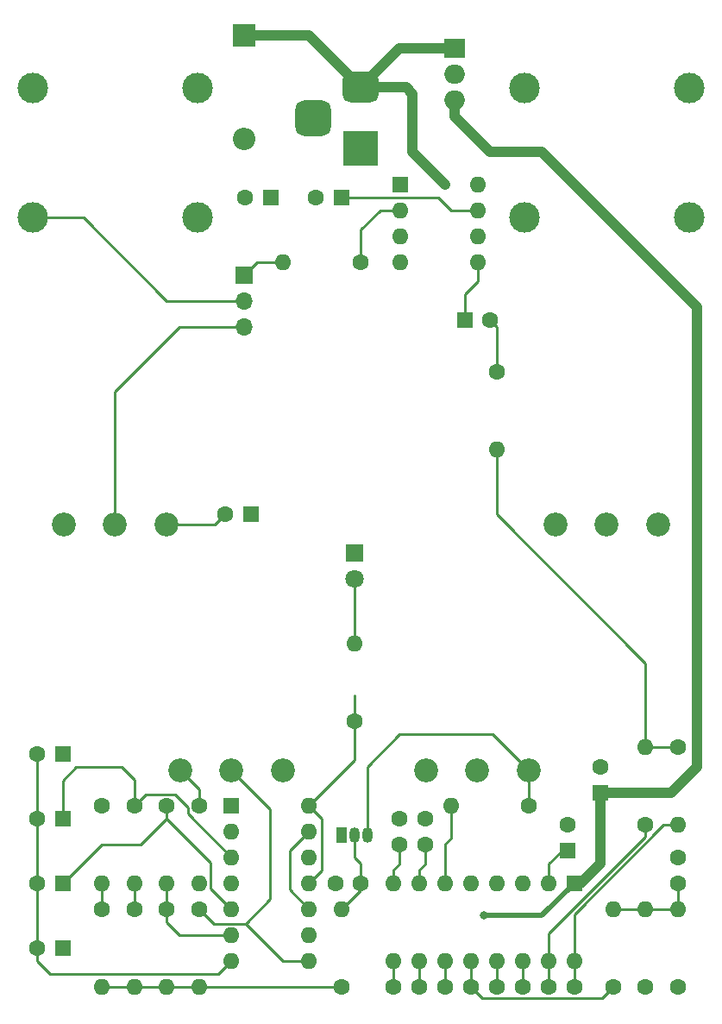
<source format=gbr>
%TF.GenerationSoftware,KiCad,Pcbnew,7.0.2*%
%TF.CreationDate,2024-03-15T13:05:12+09:00*%
%TF.ProjectId,Fading_Memories,46616469-6e67-45f4-9d65-6d6f72696573,rev?*%
%TF.SameCoordinates,Original*%
%TF.FileFunction,Copper,L1,Top*%
%TF.FilePolarity,Positive*%
%FSLAX46Y46*%
G04 Gerber Fmt 4.6, Leading zero omitted, Abs format (unit mm)*
G04 Created by KiCad (PCBNEW 7.0.2) date 2024-03-15 13:05:12*
%MOMM*%
%LPD*%
G01*
G04 APERTURE LIST*
G04 Aperture macros list*
%AMRoundRect*
0 Rectangle with rounded corners*
0 $1 Rounding radius*
0 $2 $3 $4 $5 $6 $7 $8 $9 X,Y pos of 4 corners*
0 Add a 4 corners polygon primitive as box body*
4,1,4,$2,$3,$4,$5,$6,$7,$8,$9,$2,$3,0*
0 Add four circle primitives for the rounded corners*
1,1,$1+$1,$2,$3*
1,1,$1+$1,$4,$5*
1,1,$1+$1,$6,$7*
1,1,$1+$1,$8,$9*
0 Add four rect primitives between the rounded corners*
20,1,$1+$1,$2,$3,$4,$5,0*
20,1,$1+$1,$4,$5,$6,$7,0*
20,1,$1+$1,$6,$7,$8,$9,0*
20,1,$1+$1,$8,$9,$2,$3,0*%
G04 Aperture macros list end*
%TA.AperFunction,ComponentPad*%
%ADD10R,1.800000X1.800000*%
%TD*%
%TA.AperFunction,ComponentPad*%
%ADD11C,1.800000*%
%TD*%
%TA.AperFunction,ComponentPad*%
%ADD12C,1.600000*%
%TD*%
%TA.AperFunction,ComponentPad*%
%ADD13O,1.600000X1.600000*%
%TD*%
%TA.AperFunction,ComponentPad*%
%ADD14C,3.000000*%
%TD*%
%TA.AperFunction,ComponentPad*%
%ADD15R,1.600000X1.600000*%
%TD*%
%TA.AperFunction,ComponentPad*%
%ADD16C,2.340000*%
%TD*%
%TA.AperFunction,ComponentPad*%
%ADD17R,1.050000X1.500000*%
%TD*%
%TA.AperFunction,ComponentPad*%
%ADD18O,1.050000X1.500000*%
%TD*%
%TA.AperFunction,ComponentPad*%
%ADD19R,2.000000X1.905000*%
%TD*%
%TA.AperFunction,ComponentPad*%
%ADD20O,2.000000X1.905000*%
%TD*%
%TA.AperFunction,ComponentPad*%
%ADD21R,2.200000X2.200000*%
%TD*%
%TA.AperFunction,ComponentPad*%
%ADD22O,2.200000X2.200000*%
%TD*%
%TA.AperFunction,ComponentPad*%
%ADD23R,3.500000X3.500000*%
%TD*%
%TA.AperFunction,ComponentPad*%
%ADD24RoundRect,0.750000X-1.000000X0.750000X-1.000000X-0.750000X1.000000X-0.750000X1.000000X0.750000X0*%
%TD*%
%TA.AperFunction,ComponentPad*%
%ADD25RoundRect,0.875000X-0.875000X0.875000X-0.875000X-0.875000X0.875000X-0.875000X0.875000X0.875000X0*%
%TD*%
%TA.AperFunction,ComponentPad*%
%ADD26R,1.700000X1.700000*%
%TD*%
%TA.AperFunction,ComponentPad*%
%ADD27O,1.700000X1.700000*%
%TD*%
%TA.AperFunction,ViaPad*%
%ADD28C,0.800000*%
%TD*%
%TA.AperFunction,Conductor*%
%ADD29C,0.250000*%
%TD*%
%TA.AperFunction,Conductor*%
%ADD30C,1.000000*%
%TD*%
%TA.AperFunction,Conductor*%
%ADD31C,0.500000*%
%TD*%
G04 APERTURE END LIST*
D10*
%TO.P,D2,1,K*%
%TO.N,GND*%
X182245000Y-86355000D03*
D11*
%TO.P,D2,2,A*%
%TO.N,Net-(D2-A)*%
X182245000Y-88895000D03*
%TD*%
D12*
%TO.P,R22,1*%
%TO.N,5V*%
X182245000Y-102870000D03*
D13*
%TO.P,R22,2*%
%TO.N,Net-(D2-A)*%
X182245000Y-95250000D03*
%TD*%
D14*
%TO.P,J2,S*%
%TO.N,GND*%
X198895000Y-40725000D03*
%TO.P,J2,SN*%
%TO.N,N/C*%
X215125000Y-40725000D03*
%TO.P,J2,T*%
%TO.N,Wet_IN*%
X198895000Y-53425000D03*
%TO.P,J2,TN*%
%TO.N,N/C*%
X215125000Y-53425000D03*
%TD*%
%TO.P,J1,S*%
%TO.N,GND*%
X150635000Y-40725000D03*
%TO.P,J1,SN*%
%TO.N,N/C*%
X166865000Y-40725000D03*
%TO.P,J1,T*%
%TO.N,Net-(SW1-B)*%
X150635000Y-53425000D03*
%TO.P,J1,TN*%
%TO.N,N/C*%
X166865000Y-53425000D03*
%TD*%
D15*
%TO.P,U2,1,VCC*%
%TO.N,5V*%
X203835000Y-118745000D03*
D13*
%TO.P,U2,2,REF*%
%TO.N,Net-(U2-REF)*%
X201295000Y-118745000D03*
%TO.P,U2,3,AGND*%
%TO.N,GND*%
X198755000Y-118745000D03*
%TO.P,U2,4,DGND*%
X196215000Y-118745000D03*
%TO.P,U2,5,CLK_O*%
%TO.N,unconnected-(U2-CLK_O-Pad5)*%
X193675000Y-118745000D03*
%TO.P,U2,6,VCO*%
%TO.N,Net-(U2-VCO)*%
X191135000Y-118745000D03*
%TO.P,U2,7,CC1*%
%TO.N,Net-(U2-CC1)*%
X188595000Y-118745000D03*
%TO.P,U2,8,CC0*%
%TO.N,Net-(U2-CC0)*%
X186055000Y-118745000D03*
%TO.P,U2,9,OP1-OUT*%
%TO.N,Net-(U2-OP1-OUT)*%
X186055000Y-126365000D03*
%TO.P,U2,10,OP1-IN*%
%TO.N,Net-(U2-OP1-IN)*%
X188595000Y-126365000D03*
%TO.P,U2,11,OP2-IN*%
%TO.N,Net-(U2-OP2-IN)*%
X191135000Y-126365000D03*
%TO.P,U2,12,OP2-OUT*%
%TO.N,Net-(U2-OP2-OUT)*%
X193675000Y-126365000D03*
%TO.P,U2,13,LPF2-IN*%
%TO.N,Net-(U2-LPF2-IN)*%
X196215000Y-126365000D03*
%TO.P,U2,14,LPF2-OUT*%
%TO.N,Net-(U2-LPF2-OUT)*%
X198755000Y-126365000D03*
%TO.P,U2,15,LPF1-OUT*%
%TO.N,Net-(U2-LPF1-OUT)*%
X201295000Y-126365000D03*
%TO.P,U2,16,LPF1-IN*%
%TO.N,Net-(U2-LPF1-IN)*%
X203835000Y-126365000D03*
%TD*%
D15*
%TO.P,C4,1*%
%TO.N,Net-(U1-D)*%
X153620000Y-125095000D03*
D12*
%TO.P,C4,2*%
%TO.N,GND*%
X151120000Y-125095000D03*
%TD*%
D15*
%TO.P,C3,1*%
%TO.N,Net-(U1-C)*%
X153620000Y-118745000D03*
D12*
%TO.P,C3,2*%
%TO.N,GND*%
X151120000Y-118745000D03*
%TD*%
%TO.P,C10,1*%
%TO.N,Net-(U2-OP1-IN)*%
X188575000Y-128905000D03*
%TO.P,C10,2*%
%TO.N,Net-(U2-OP1-OUT)*%
X186075000Y-128905000D03*
%TD*%
%TO.P,R20,1*%
%TO.N,Net-(C16-Pad2)*%
X196215000Y-68580000D03*
D13*
%TO.P,R20,2*%
%TO.N,Net-(R18-Pad2)*%
X196215000Y-76200000D03*
%TD*%
D12*
%TO.P,C12,1*%
%TO.N,Net-(U2-LPF2-OUT)*%
X198735000Y-128905000D03*
%TO.P,C12,2*%
%TO.N,Net-(U2-LPF2-IN)*%
X196235000Y-128905000D03*
%TD*%
%TO.P,R8,1*%
%TO.N,Net-(U1-G=~A)*%
X157480000Y-121285000D03*
D13*
%TO.P,R8,2*%
%TO.N,Net-(R10-Pad1)*%
X157480000Y-128905000D03*
%TD*%
D12*
%TO.P,R19,1*%
%TO.N,Net-(R18-Pad2)*%
X213995000Y-105410000D03*
D13*
%TO.P,R19,2*%
%TO.N,Net-(U2-LPF1-IN)*%
X213995000Y-113030000D03*
%TD*%
D12*
%TO.P,C5,1*%
%TO.N,RandomCV*%
X182860000Y-118725000D03*
%TO.P,C5,2*%
%TO.N,GND*%
X180360000Y-118725000D03*
%TD*%
%TO.P,C7,1*%
%TO.N,Net-(U2-CC1)*%
X189230000Y-114915000D03*
%TO.P,C7,2*%
%TO.N,GND*%
X189230000Y-112415000D03*
%TD*%
D15*
%TO.P,C18,1*%
%TO.N,9V*%
X174030000Y-51435000D03*
D12*
%TO.P,C18,2*%
%TO.N,GND*%
X171530000Y-51435000D03*
%TD*%
%TO.P,R21,1*%
%TO.N,Net-(U3--)*%
X182880000Y-57785000D03*
D13*
%TO.P,R21,2*%
%TO.N,Wet_IN*%
X175260000Y-57785000D03*
%TD*%
D16*
%TO.P,R5,1,1*%
%TO.N,unconnected-(R5-Pad1)*%
X175180000Y-107690000D03*
%TO.P,R5,2,2*%
%TO.N,Net-(U1-J=~D)*%
X170180000Y-107690000D03*
%TO.P,R5,3,3*%
%TO.N,Net-(R4-Pad1)*%
X165180000Y-107690000D03*
%TD*%
D12*
%TO.P,R6,1*%
%TO.N,Net-(U1-I=~C)*%
X163830000Y-121285000D03*
D13*
%TO.P,R6,2*%
%TO.N,Net-(R10-Pad1)*%
X163830000Y-128905000D03*
%TD*%
D17*
%TO.P,Q1,1,E*%
%TO.N,GND*%
X180975000Y-114025000D03*
D18*
%TO.P,Q1,2,B*%
%TO.N,RandomCV*%
X182245000Y-114025000D03*
%TO.P,Q1,3,C*%
%TO.N,Net-(Q1-C)*%
X183515000Y-114025000D03*
%TD*%
D12*
%TO.P,R7,1*%
%TO.N,Net-(U1-H=~B)*%
X160655000Y-121285000D03*
D13*
%TO.P,R7,2*%
%TO.N,Net-(R10-Pad1)*%
X160655000Y-128905000D03*
%TD*%
D16*
%TO.P,R12,1,1*%
%TO.N,Net-(Q1-C)*%
X199310000Y-107690000D03*
%TO.P,R12,2,2*%
%TO.N,GND*%
X194310000Y-107690000D03*
%TO.P,R12,3,3*%
%TO.N,unconnected-(R12-Pad3)*%
X189310000Y-107690000D03*
%TD*%
D12*
%TO.P,C13,1*%
%TO.N,Net-(U2-LPF1-OUT)*%
X201315000Y-128905000D03*
%TO.P,C13,2*%
%TO.N,Net-(U2-LPF1-IN)*%
X203815000Y-128905000D03*
%TD*%
D15*
%TO.P,C8,1*%
%TO.N,Net-(U2-REF)*%
X203200000Y-115505113D03*
D12*
%TO.P,C8,2*%
%TO.N,GND*%
X203200000Y-113005113D03*
%TD*%
%TO.P,R4,1*%
%TO.N,Net-(R4-Pad1)*%
X167005000Y-111125000D03*
D13*
%TO.P,R4,2*%
%TO.N,Net-(U1-D)*%
X167005000Y-118745000D03*
%TD*%
D15*
%TO.P,U1,1,A*%
%TO.N,Net-(U1-A)*%
X170180000Y-111125000D03*
D13*
%TO.P,U1,2,G=~A*%
%TO.N,Net-(U1-G=~A)*%
X170180000Y-113665000D03*
%TO.P,U1,3,B*%
%TO.N,Net-(U1-B)*%
X170180000Y-116205000D03*
%TO.P,U1,4,H=~B*%
%TO.N,Net-(U1-H=~B)*%
X170180000Y-118745000D03*
%TO.P,U1,5,C*%
%TO.N,Net-(U1-C)*%
X170180000Y-121285000D03*
%TO.P,U1,6,I=~C*%
%TO.N,Net-(U1-I=~C)*%
X170180000Y-123825000D03*
%TO.P,U1,7,VSS*%
%TO.N,GND*%
X170180000Y-126365000D03*
%TO.P,U1,8,J=~D*%
%TO.N,Net-(U1-J=~D)*%
X177800000Y-126365000D03*
%TO.P,U1,9,D*%
%TO.N,Net-(U1-D)*%
X177800000Y-123825000D03*
%TO.P,U1,10,K=~E*%
%TO.N,Net-(U1-F)*%
X177800000Y-121285000D03*
%TO.P,U1,11,E*%
%TO.N,5V*%
X177800000Y-118745000D03*
%TO.P,U1,12,L=~F*%
%TO.N,unconnected-(U1-L=~F-Pad12)*%
X177800000Y-116205000D03*
%TO.P,U1,13,F*%
%TO.N,Net-(U1-F)*%
X177800000Y-113665000D03*
%TO.P,U1,14,VDD*%
%TO.N,5V*%
X177800000Y-111125000D03*
%TD*%
D12*
%TO.P,R11,1*%
%TO.N,Net-(Q1-C)*%
X199390000Y-111125000D03*
D13*
%TO.P,R11,2*%
%TO.N,Net-(U2-VCO)*%
X191770000Y-111125000D03*
%TD*%
D12*
%TO.P,C6,1*%
%TO.N,Net-(U2-CC0)*%
X186690000Y-114915000D03*
%TO.P,C6,2*%
%TO.N,GND*%
X186690000Y-112415000D03*
%TD*%
%TO.P,R18,1*%
%TO.N,Net-(U2-LPF1-OUT)*%
X210820000Y-113030000D03*
D13*
%TO.P,R18,2*%
%TO.N,Net-(R18-Pad2)*%
X210820000Y-105410000D03*
%TD*%
D12*
%TO.P,C14,1*%
%TO.N,Net-(C14-Pad1)*%
X213995000Y-118725000D03*
%TO.P,C14,2*%
%TO.N,GND*%
X213995000Y-116225000D03*
%TD*%
D19*
%TO.P,U4,1,IN*%
%TO.N,9V*%
X192095000Y-36830000D03*
D20*
%TO.P,U4,2,GND*%
%TO.N,GND*%
X192095000Y-39370000D03*
%TO.P,U4,3,OUT*%
%TO.N,5V*%
X192095000Y-41910000D03*
%TD*%
D12*
%TO.P,R2,1*%
%TO.N,Net-(U1-B)*%
X160655000Y-111125000D03*
D13*
%TO.P,R2,2*%
%TO.N,Net-(U1-H=~B)*%
X160655000Y-118745000D03*
%TD*%
D12*
%TO.P,R14,1*%
%TO.N,Net-(U2-LPF2-IN)*%
X210820000Y-128905000D03*
D13*
%TO.P,R14,2*%
%TO.N,Net-(C14-Pad1)*%
X210820000Y-121285000D03*
%TD*%
D15*
%TO.P,C2,1*%
%TO.N,Net-(U1-B)*%
X153620000Y-112435000D03*
D12*
%TO.P,C2,2*%
%TO.N,GND*%
X151120000Y-112435000D03*
%TD*%
%TO.P,R13,1*%
%TO.N,Net-(U2-OP2-OUT)*%
X207645000Y-128905000D03*
D13*
%TO.P,R13,2*%
%TO.N,Net-(C14-Pad1)*%
X207645000Y-121285000D03*
%TD*%
D15*
%TO.P,U3,1,GAIN*%
%TO.N,unconnected-(U3-GAIN-Pad1)*%
X186700000Y-50165000D03*
D13*
%TO.P,U3,2,-*%
%TO.N,Net-(U3--)*%
X186700000Y-52705000D03*
%TO.P,U3,3,+*%
%TO.N,GND*%
X186700000Y-55245000D03*
%TO.P,U3,4,GND*%
X186700000Y-57785000D03*
%TO.P,U3,5*%
%TO.N,Net-(C16-Pad1)*%
X194320000Y-57785000D03*
%TO.P,U3,6,V+*%
%TO.N,9V*%
X194320000Y-55245000D03*
%TO.P,U3,7,BYPASS*%
%TO.N,Net-(U3-BYPASS)*%
X194320000Y-52705000D03*
%TO.P,U3,8,GAIN*%
%TO.N,unconnected-(U3-GAIN-Pad8)*%
X194320000Y-50165000D03*
%TD*%
D12*
%TO.P,R1,1*%
%TO.N,Net-(U1-A)*%
X157480000Y-111125000D03*
D13*
%TO.P,R1,2*%
%TO.N,Net-(U1-G=~A)*%
X157480000Y-118745000D03*
%TD*%
D12*
%TO.P,R15,1*%
%TO.N,Net-(U2-LPF2-OUT)*%
X213995000Y-128905000D03*
D13*
%TO.P,R15,2*%
%TO.N,Net-(C14-Pad1)*%
X213995000Y-121285000D03*
%TD*%
D15*
%TO.P,C17,1*%
%TO.N,Net-(U3-BYPASS)*%
X180975000Y-51435000D03*
D12*
%TO.P,C17,2*%
%TO.N,GND*%
X178475000Y-51435000D03*
%TD*%
%TO.P,R10,1*%
%TO.N,Net-(R10-Pad1)*%
X180975000Y-128905000D03*
D13*
%TO.P,R10,2*%
%TO.N,RandomCV*%
X180975000Y-121285000D03*
%TD*%
D15*
%TO.P,C16,1*%
%TO.N,Net-(C16-Pad1)*%
X193080000Y-63500000D03*
D12*
%TO.P,C16,2*%
%TO.N,Net-(C16-Pad2)*%
X195580000Y-63500000D03*
%TD*%
D15*
%TO.P,C15,1*%
%TO.N,Net-(C15-Pad1)*%
X172045000Y-82550000D03*
D12*
%TO.P,C15,2*%
%TO.N,Net-(C15-Pad2)*%
X169545000Y-82550000D03*
%TD*%
%TO.P,R9,1*%
%TO.N,Net-(U1-J=~D)*%
X167005000Y-121285000D03*
D13*
%TO.P,R9,2*%
%TO.N,Net-(R10-Pad1)*%
X167005000Y-128905000D03*
%TD*%
D16*
%TO.P,R16,1,1*%
%TO.N,Net-(C15-Pad2)*%
X163750000Y-83560000D03*
%TO.P,R16,2,2*%
%TO.N,Wet_OUT*%
X158750000Y-83560000D03*
%TO.P,R16,3,3*%
%TO.N,GND*%
X153750000Y-83560000D03*
%TD*%
D12*
%TO.P,R3,1*%
%TO.N,Net-(U1-C)*%
X163830000Y-111125000D03*
D13*
%TO.P,R3,2*%
%TO.N,Net-(U1-I=~C)*%
X163830000Y-118745000D03*
%TD*%
D21*
%TO.P,D1,1,K*%
%TO.N,9V*%
X171450000Y-35560000D03*
D22*
%TO.P,D1,2,A*%
%TO.N,GND*%
X171450000Y-45720000D03*
%TD*%
D12*
%TO.P,C11,1*%
%TO.N,Net-(U2-OP2-OUT)*%
X193655000Y-128905000D03*
%TO.P,C11,2*%
%TO.N,Net-(U2-OP2-IN)*%
X191155000Y-128905000D03*
%TD*%
D16*
%TO.P,R17,1,1*%
%TO.N,Net-(U2-LPF1-OUT)*%
X212010000Y-83560000D03*
%TO.P,R17,2,2*%
%TO.N,Net-(C15-Pad1)*%
X207010000Y-83560000D03*
%TO.P,R17,3,3*%
%TO.N,Net-(U2-LPF2-OUT)*%
X202010000Y-83560000D03*
%TD*%
D15*
%TO.P,C9,1*%
%TO.N,5V*%
X206375000Y-109855000D03*
D12*
%TO.P,C9,2*%
%TO.N,GND*%
X206375000Y-107355000D03*
%TD*%
D23*
%TO.P,J3,1*%
%TO.N,GND*%
X182880000Y-46640000D03*
D24*
%TO.P,J3,2*%
%TO.N,9V*%
X182880000Y-40640000D03*
D25*
%TO.P,J3,3*%
%TO.N,N/C*%
X178180000Y-43640000D03*
%TD*%
D26*
%TO.P,SW1,1,A*%
%TO.N,Wet_IN*%
X171450000Y-59055000D03*
D27*
%TO.P,SW1,2,B*%
%TO.N,Net-(SW1-B)*%
X171450000Y-61595000D03*
%TO.P,SW1,3,C*%
%TO.N,Wet_OUT*%
X171450000Y-64135000D03*
%TD*%
D15*
%TO.P,C1,1*%
%TO.N,Net-(U1-A)*%
X153620000Y-106045000D03*
D12*
%TO.P,C1,2*%
%TO.N,GND*%
X151120000Y-106045000D03*
%TD*%
D28*
%TO.N,5V*%
X194945000Y-121920000D03*
%TO.N,9V*%
X191135000Y-50165000D03*
%TD*%
D29*
%TO.N,Net-(D2-A)*%
X182245000Y-88895000D02*
X182245000Y-95250000D01*
%TO.N,5V*%
X182245000Y-106680000D02*
X182245000Y-100330000D01*
X177800000Y-111125000D02*
X182245000Y-106680000D01*
%TO.N,Net-(SW1-B)*%
X155660000Y-53425000D02*
X150635000Y-53425000D01*
X163830000Y-61595000D02*
X155660000Y-53425000D01*
X171450000Y-61595000D02*
X163830000Y-61595000D01*
%TO.N,GND*%
X171450000Y-51355000D02*
X171530000Y-51435000D01*
X151120000Y-112435000D02*
X151120000Y-118745000D01*
X151120000Y-106045000D02*
X151120000Y-112435000D01*
X151120000Y-126355000D02*
X151120000Y-125095000D01*
X170180000Y-126365000D02*
X168910000Y-127635000D01*
X151120000Y-118745000D02*
X151120000Y-125095000D01*
X168910000Y-127635000D02*
X152400000Y-127635000D01*
X152400000Y-127635000D02*
X151120000Y-126355000D01*
X181960000Y-45720000D02*
X182880000Y-46640000D01*
%TO.N,Net-(U1-B)*%
X160655000Y-111125000D02*
X161780000Y-110000000D01*
X164610000Y-110000000D02*
X165880000Y-111270000D01*
X161780000Y-110000000D02*
X164610000Y-110000000D01*
X159385000Y-107315000D02*
X160655000Y-108585000D01*
X165880000Y-111905000D02*
X170180000Y-116205000D01*
X160655000Y-108585000D02*
X160655000Y-111125000D01*
X153620000Y-108635000D02*
X154940000Y-107315000D01*
X153620000Y-112435000D02*
X153620000Y-108635000D01*
X154940000Y-107315000D02*
X159385000Y-107315000D01*
X165880000Y-111270000D02*
X165880000Y-111905000D01*
%TO.N,Net-(U1-C)*%
X163830000Y-112395000D02*
X163830000Y-111125000D01*
X168130000Y-116695000D02*
X168130000Y-119235000D01*
X157430000Y-114935000D02*
X161290000Y-114935000D01*
X168130000Y-119235000D02*
X170180000Y-121285000D01*
X161290000Y-114935000D02*
X163830000Y-112395000D01*
X163830000Y-112395000D02*
X168130000Y-116695000D01*
X153620000Y-118745000D02*
X157430000Y-114935000D01*
%TO.N,RandomCV*%
X182245000Y-114025000D02*
X182245000Y-116205000D01*
X180975000Y-121285000D02*
X182860000Y-119400000D01*
X182245000Y-116205000D02*
X182860000Y-116820000D01*
X182860000Y-119400000D02*
X182860000Y-118725000D01*
X182860000Y-116820000D02*
X182860000Y-118725000D01*
%TO.N,Net-(U2-CC0)*%
X186690000Y-116840000D02*
X186690000Y-114915000D01*
X186055000Y-118745000D02*
X186055000Y-117475000D01*
X186055000Y-117475000D02*
X186690000Y-116840000D01*
%TO.N,Net-(U2-CC1)*%
X189230000Y-116840000D02*
X189230000Y-114915000D01*
X188595000Y-117475000D02*
X189230000Y-116840000D01*
X188595000Y-118745000D02*
X188595000Y-117475000D01*
%TO.N,Net-(U2-REF)*%
X201295000Y-116840000D02*
X202629887Y-115505113D01*
X201295000Y-118745000D02*
X201295000Y-116840000D01*
X202629887Y-115505113D02*
X203200000Y-115505113D01*
D30*
%TO.N,5V*%
X203835000Y-118745000D02*
X204470000Y-118745000D01*
X215900000Y-107315000D02*
X213360000Y-109855000D01*
X213360000Y-109855000D02*
X206375000Y-109855000D01*
X200660000Y-46990000D02*
X215900000Y-62230000D01*
D31*
X194945000Y-121920000D02*
X200660000Y-121920000D01*
D29*
X179070000Y-117475000D02*
X179070000Y-112395000D01*
D30*
X192095000Y-41910000D02*
X192095000Y-43505000D01*
D29*
X179070000Y-112395000D02*
X177800000Y-111125000D01*
D30*
X195580000Y-46990000D02*
X200660000Y-46990000D01*
X204470000Y-118745000D02*
X206375000Y-116840000D01*
X215900000Y-62230000D02*
X215900000Y-107315000D01*
D31*
X200660000Y-121920000D02*
X203835000Y-118745000D01*
D30*
X206375000Y-116840000D02*
X206375000Y-109855000D01*
X192095000Y-43505000D02*
X195580000Y-46990000D01*
D29*
X177800000Y-118745000D02*
X179070000Y-117475000D01*
%TO.N,Net-(U2-OP1-IN)*%
X188595000Y-126365000D02*
X188595000Y-128885000D01*
X188595000Y-128885000D02*
X188575000Y-128905000D01*
%TO.N,Net-(U2-OP1-OUT)*%
X186055000Y-128885000D02*
X186075000Y-128905000D01*
X186055000Y-126365000D02*
X186055000Y-128885000D01*
%TO.N,Net-(U2-OP2-OUT)*%
X193675000Y-126365000D02*
X193675000Y-128885000D01*
X206520000Y-130030000D02*
X194780000Y-130030000D01*
X194780000Y-130030000D02*
X193655000Y-128905000D01*
X207645000Y-128905000D02*
X206520000Y-130030000D01*
X193675000Y-128885000D02*
X193655000Y-128905000D01*
%TO.N,Net-(U2-OP2-IN)*%
X191135000Y-128885000D02*
X191155000Y-128905000D01*
X191135000Y-126365000D02*
X191135000Y-128885000D01*
%TO.N,Net-(U2-LPF2-OUT)*%
X198755000Y-126365000D02*
X198755000Y-128885000D01*
X198755000Y-128885000D02*
X198735000Y-128905000D01*
%TO.N,Net-(U2-LPF2-IN)*%
X196215000Y-126365000D02*
X196215000Y-128885000D01*
X196215000Y-128885000D02*
X196235000Y-128905000D01*
%TO.N,Net-(U2-LPF1-OUT)*%
X210820000Y-114161370D02*
X201295000Y-123686370D01*
X201295000Y-126365000D02*
X201295000Y-128885000D01*
X201295000Y-123686370D02*
X201295000Y-126365000D01*
X201295000Y-128885000D02*
X201315000Y-128905000D01*
X210820000Y-113030000D02*
X210820000Y-114161370D01*
%TO.N,Net-(U2-LPF1-IN)*%
X203835000Y-128885000D02*
X203815000Y-128905000D01*
X203835000Y-126365000D02*
X203835000Y-121782766D01*
X203835000Y-121782766D02*
X212587766Y-113030000D01*
X212587766Y-113030000D02*
X213995000Y-113030000D01*
X203835000Y-126365000D02*
X203835000Y-128885000D01*
%TO.N,Net-(C14-Pad1)*%
X207645000Y-121285000D02*
X210820000Y-121285000D01*
X213995000Y-118725000D02*
X213995000Y-121285000D01*
X213995000Y-121285000D02*
X210820000Y-121285000D01*
%TO.N,Net-(C15-Pad2)*%
X168535000Y-83560000D02*
X169545000Y-82550000D01*
X163750000Y-83560000D02*
X168535000Y-83560000D01*
%TO.N,Net-(C16-Pad1)*%
X194320000Y-59680000D02*
X194320000Y-57785000D01*
X193080000Y-60920000D02*
X194320000Y-59680000D01*
X193080000Y-63500000D02*
X193080000Y-60920000D01*
%TO.N,Net-(C16-Pad2)*%
X196215000Y-64135000D02*
X195580000Y-63500000D01*
X196215000Y-68580000D02*
X196215000Y-64135000D01*
%TO.N,Net-(U3-BYPASS)*%
X190500000Y-51435000D02*
X191770000Y-52705000D01*
X191770000Y-52705000D02*
X194320000Y-52705000D01*
X180975000Y-51435000D02*
X190500000Y-51435000D01*
D30*
%TO.N,9V*%
X182880000Y-40640000D02*
X186690000Y-36830000D01*
X171450000Y-35560000D02*
X177800000Y-35560000D01*
X187325000Y-40640000D02*
X187960000Y-41275000D01*
X177800000Y-35560000D02*
X182880000Y-40640000D01*
X186690000Y-36830000D02*
X192095000Y-36830000D01*
X187960000Y-46990000D02*
X191135000Y-50165000D01*
X187960000Y-41275000D02*
X187960000Y-46990000D01*
X182880000Y-40640000D02*
X187325000Y-40640000D01*
D29*
%TO.N,Wet_IN*%
X175260000Y-57785000D02*
X172720000Y-57785000D01*
X172720000Y-57785000D02*
X171450000Y-59055000D01*
%TO.N,Net-(Q1-C)*%
X199310000Y-111045000D02*
X199390000Y-111125000D01*
X183515000Y-107315000D02*
X186690000Y-104140000D01*
X199310000Y-107690000D02*
X199310000Y-111045000D01*
X186690000Y-104140000D02*
X195760000Y-104140000D01*
X183515000Y-114025000D02*
X183515000Y-107315000D01*
X195760000Y-104140000D02*
X199310000Y-107690000D01*
%TO.N,Net-(U1-G=~A)*%
X157480000Y-118745000D02*
X157480000Y-121285000D01*
%TO.N,Net-(U1-H=~B)*%
X160655000Y-118745000D02*
X160655000Y-121285000D01*
%TO.N,Net-(U1-I=~C)*%
X163830000Y-122555000D02*
X163830000Y-121285000D01*
X165100000Y-123825000D02*
X163830000Y-122555000D01*
X163830000Y-118745000D02*
X163830000Y-121285000D01*
X170180000Y-123825000D02*
X165100000Y-123825000D01*
%TO.N,Net-(R4-Pad1)*%
X167005000Y-111125000D02*
X167005000Y-109515000D01*
X167005000Y-109515000D02*
X165180000Y-107690000D01*
%TO.N,Net-(U1-J=~D)*%
X170180000Y-107690000D02*
X173990000Y-111500000D01*
X168420000Y-122700000D02*
X171595000Y-122700000D01*
X173990000Y-111500000D02*
X173990000Y-120305000D01*
X175260000Y-126365000D02*
X177800000Y-126365000D01*
X167005000Y-121285000D02*
X168420000Y-122700000D01*
X173990000Y-120305000D02*
X171595000Y-122700000D01*
X171595000Y-122700000D02*
X175260000Y-126365000D01*
%TO.N,Net-(R10-Pad1)*%
X167005000Y-128905000D02*
X163830000Y-128905000D01*
X180975000Y-128905000D02*
X167005000Y-128905000D01*
X157480000Y-128905000D02*
X160655000Y-128905000D01*
X160655000Y-128905000D02*
X163830000Y-128905000D01*
%TO.N,Net-(U2-VCO)*%
X191770000Y-111125000D02*
X191770000Y-114300000D01*
X191135000Y-114935000D02*
X191135000Y-118745000D01*
X191770000Y-114300000D02*
X191135000Y-114935000D01*
%TO.N,Wet_OUT*%
X158750000Y-70485000D02*
X165100000Y-64135000D01*
X158750000Y-83560000D02*
X158750000Y-70485000D01*
X165100000Y-64135000D02*
X171450000Y-64135000D01*
%TO.N,Net-(R18-Pad2)*%
X210820000Y-105410000D02*
X213995000Y-105410000D01*
X210820000Y-105410000D02*
X210820000Y-97155000D01*
X210820000Y-97155000D02*
X196215000Y-82550000D01*
X196215000Y-82550000D02*
X196215000Y-76200000D01*
%TO.N,Net-(U3--)*%
X182880000Y-57785000D02*
X182880000Y-54610000D01*
X184785000Y-52705000D02*
X186700000Y-52705000D01*
X182880000Y-54610000D02*
X184785000Y-52705000D01*
%TO.N,Net-(U1-F)*%
X175895000Y-119380000D02*
X177800000Y-121285000D01*
X175895000Y-115570000D02*
X175895000Y-119380000D01*
X177800000Y-113665000D02*
X175895000Y-115570000D01*
%TD*%
M02*

</source>
